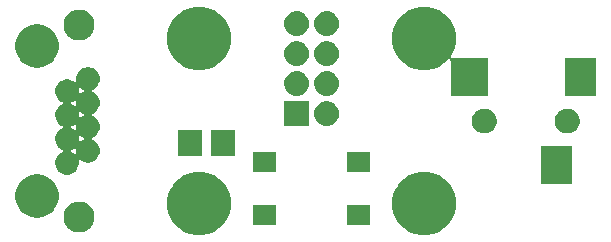
<source format=gbr>
G04 #@! TF.GenerationSoftware,KiCad,Pcbnew,(5.0.1)-4*
G04 #@! TF.CreationDate,2019-03-02T05:17:56-05:00*
G04 #@! TF.ProjectId,Dev,4465762E6B696361645F706362000000,rev?*
G04 #@! TF.SameCoordinates,Original*
G04 #@! TF.FileFunction,Soldermask,Top*
G04 #@! TF.FilePolarity,Negative*
%FSLAX46Y46*%
G04 Gerber Fmt 4.6, Leading zero omitted, Abs format (unit mm)*
G04 Created by KiCad (PCBNEW (5.0.1)-4) date 3/2/2019 5:17:56 AM*
%MOMM*%
%LPD*%
G01*
G04 APERTURE LIST*
%ADD10C,0.150000*%
G04 APERTURE END LIST*
D10*
G36*
X61112560Y-39948759D02*
X61603928Y-40152290D01*
X61603930Y-40152291D01*
X61814076Y-40292706D01*
X62046153Y-40447775D01*
X62422225Y-40823847D01*
X62422227Y-40823850D01*
X62570356Y-41045540D01*
X62717710Y-41266072D01*
X62921241Y-41757440D01*
X63025000Y-42279072D01*
X63025000Y-42810928D01*
X62921241Y-43332560D01*
X62717710Y-43823928D01*
X62422225Y-44266153D01*
X62046153Y-44642225D01*
X62046150Y-44642227D01*
X61603930Y-44937709D01*
X61603929Y-44937710D01*
X61603928Y-44937710D01*
X61112560Y-45141241D01*
X60590928Y-45245000D01*
X60059072Y-45245000D01*
X59537440Y-45141241D01*
X59046072Y-44937710D01*
X59046071Y-44937710D01*
X59046070Y-44937709D01*
X58603850Y-44642227D01*
X58603847Y-44642225D01*
X58227775Y-44266153D01*
X57932290Y-43823928D01*
X57728759Y-43332560D01*
X57625000Y-42810928D01*
X57625000Y-42279072D01*
X57728759Y-41757440D01*
X57932290Y-41266072D01*
X58079645Y-41045540D01*
X58227773Y-40823850D01*
X58227775Y-40823847D01*
X58603847Y-40447775D01*
X58835924Y-40292706D01*
X59046070Y-40152291D01*
X59046072Y-40152290D01*
X59537440Y-39948759D01*
X60059072Y-39845000D01*
X60590928Y-39845000D01*
X61112560Y-39948759D01*
X61112560Y-39948759D01*
G37*
G36*
X42062560Y-39948759D02*
X42553928Y-40152290D01*
X42553930Y-40152291D01*
X42764076Y-40292706D01*
X42996153Y-40447775D01*
X43372225Y-40823847D01*
X43372227Y-40823850D01*
X43520356Y-41045540D01*
X43667710Y-41266072D01*
X43871241Y-41757440D01*
X43975000Y-42279072D01*
X43975000Y-42810928D01*
X43871241Y-43332560D01*
X43667710Y-43823928D01*
X43372225Y-44266153D01*
X42996153Y-44642225D01*
X42996150Y-44642227D01*
X42553930Y-44937709D01*
X42553929Y-44937710D01*
X42553928Y-44937710D01*
X42062560Y-45141241D01*
X41540928Y-45245000D01*
X41009072Y-45245000D01*
X40487440Y-45141241D01*
X39996072Y-44937710D01*
X39996071Y-44937710D01*
X39996070Y-44937709D01*
X39553850Y-44642227D01*
X39553847Y-44642225D01*
X39177775Y-44266153D01*
X38882290Y-43823928D01*
X38678759Y-43332560D01*
X38575000Y-42810928D01*
X38575000Y-42279072D01*
X38678759Y-41757440D01*
X38882290Y-41266072D01*
X39029645Y-41045540D01*
X39177773Y-40823850D01*
X39177775Y-40823847D01*
X39553847Y-40447775D01*
X39785924Y-40292706D01*
X39996070Y-40152291D01*
X39996072Y-40152290D01*
X40487440Y-39948759D01*
X41009072Y-39845000D01*
X41540928Y-39845000D01*
X42062560Y-39948759D01*
X42062560Y-39948759D01*
G37*
G36*
X31491196Y-42439958D02*
X31727780Y-42537954D01*
X31940705Y-42680226D01*
X32121774Y-42861295D01*
X32264046Y-43074220D01*
X32362042Y-43310804D01*
X32412000Y-43561960D01*
X32412000Y-43818040D01*
X32362042Y-44069196D01*
X32264046Y-44305780D01*
X32121774Y-44518705D01*
X31940705Y-44699774D01*
X31727780Y-44842046D01*
X31491196Y-44940042D01*
X31240040Y-44990000D01*
X30983960Y-44990000D01*
X30732804Y-44940042D01*
X30496220Y-44842046D01*
X30283295Y-44699774D01*
X30102226Y-44518705D01*
X29959954Y-44305780D01*
X29861958Y-44069196D01*
X29812000Y-43818040D01*
X29812000Y-43561960D01*
X29861958Y-43310804D01*
X29959954Y-43074220D01*
X30102226Y-42861295D01*
X30283295Y-42680226D01*
X30496220Y-42537954D01*
X30732804Y-42439958D01*
X30983960Y-42390000D01*
X31240040Y-42390000D01*
X31491196Y-42439958D01*
X31491196Y-42439958D01*
G37*
G36*
X47800000Y-44375000D02*
X45850000Y-44375000D01*
X45850000Y-42675000D01*
X47800000Y-42675000D01*
X47800000Y-44375000D01*
X47800000Y-44375000D01*
G37*
G36*
X55750000Y-44375000D02*
X53800000Y-44375000D01*
X53800000Y-42675000D01*
X55750000Y-42675000D01*
X55750000Y-44375000D01*
X55750000Y-44375000D01*
G37*
G36*
X27907703Y-40120000D02*
X28084333Y-40155134D01*
X28416461Y-40292706D01*
X28648535Y-40447773D01*
X28715372Y-40492432D01*
X28969568Y-40746628D01*
X28969570Y-40746631D01*
X29169294Y-41045539D01*
X29306866Y-41377667D01*
X29377000Y-41730253D01*
X29377000Y-42089747D01*
X29306866Y-42442333D01*
X29169294Y-42774461D01*
X29111273Y-42861295D01*
X28969568Y-43073372D01*
X28715372Y-43327568D01*
X28715369Y-43327570D01*
X28416461Y-43527294D01*
X28084333Y-43664866D01*
X27908040Y-43699933D01*
X27731748Y-43735000D01*
X27372252Y-43735000D01*
X27195960Y-43699933D01*
X27019667Y-43664866D01*
X26687539Y-43527294D01*
X26388631Y-43327570D01*
X26388628Y-43327568D01*
X26134432Y-43073372D01*
X25992727Y-42861295D01*
X25934706Y-42774461D01*
X25797134Y-42442333D01*
X25727000Y-42089747D01*
X25727000Y-41730253D01*
X25797134Y-41377667D01*
X25934706Y-41045539D01*
X26134430Y-40746631D01*
X26134432Y-40746628D01*
X26388628Y-40492432D01*
X26455465Y-40447773D01*
X26687539Y-40292706D01*
X27019667Y-40155134D01*
X27196297Y-40120000D01*
X27372252Y-40085000D01*
X27731748Y-40085000D01*
X27907703Y-40120000D01*
X27907703Y-40120000D01*
G37*
G36*
X72856700Y-40865400D02*
X70246900Y-40865400D01*
X70246900Y-37671400D01*
X72856700Y-37671400D01*
X72856700Y-40865400D01*
X72856700Y-40865400D01*
G37*
G36*
X32047770Y-31015372D02*
X32163689Y-31038429D01*
X32345678Y-31113811D01*
X32509463Y-31223249D01*
X32648751Y-31362537D01*
X32758189Y-31526322D01*
X32833571Y-31708311D01*
X32851576Y-31798828D01*
X32872000Y-31901507D01*
X32872000Y-32098493D01*
X32862985Y-32143813D01*
X32833571Y-32291689D01*
X32758189Y-32473678D01*
X32648751Y-32637463D01*
X32509463Y-32776751D01*
X32345678Y-32886189D01*
X32313497Y-32899519D01*
X32291893Y-32911066D01*
X32272951Y-32926611D01*
X32257406Y-32945553D01*
X32245854Y-32967164D01*
X32238741Y-32990613D01*
X32236339Y-33015000D01*
X32238741Y-33039386D01*
X32245854Y-33062835D01*
X32257405Y-33084446D01*
X32272950Y-33103388D01*
X32291892Y-33118933D01*
X32313497Y-33130481D01*
X32345678Y-33143811D01*
X32509463Y-33253249D01*
X32648751Y-33392537D01*
X32758189Y-33556322D01*
X32833571Y-33738311D01*
X32854083Y-33841434D01*
X32872000Y-33931507D01*
X32872000Y-34128493D01*
X32862985Y-34173812D01*
X32833571Y-34321689D01*
X32758189Y-34503678D01*
X32648751Y-34667463D01*
X32509463Y-34806751D01*
X32345678Y-34916189D01*
X32313497Y-34929519D01*
X32291893Y-34941066D01*
X32272951Y-34956611D01*
X32257406Y-34975553D01*
X32245854Y-34997164D01*
X32238741Y-35020613D01*
X32236339Y-35045000D01*
X32238741Y-35069386D01*
X32245854Y-35092835D01*
X32257405Y-35114446D01*
X32272950Y-35133388D01*
X32291892Y-35148933D01*
X32313497Y-35160481D01*
X32345678Y-35173811D01*
X32509463Y-35283249D01*
X32648751Y-35422537D01*
X32758189Y-35586322D01*
X32833571Y-35768311D01*
X32853109Y-35866535D01*
X32872000Y-35961507D01*
X32872000Y-36158493D01*
X32862985Y-36203812D01*
X32833571Y-36351689D01*
X32758189Y-36533678D01*
X32648751Y-36697463D01*
X32509463Y-36836751D01*
X32345678Y-36946189D01*
X32313497Y-36959519D01*
X32291893Y-36971066D01*
X32272951Y-36986611D01*
X32257406Y-37005553D01*
X32245854Y-37027164D01*
X32238741Y-37050613D01*
X32236339Y-37075000D01*
X32238741Y-37099386D01*
X32245854Y-37122835D01*
X32257405Y-37144446D01*
X32272950Y-37163388D01*
X32291892Y-37178933D01*
X32313497Y-37190481D01*
X32345678Y-37203811D01*
X32509463Y-37313249D01*
X32648751Y-37452537D01*
X32758189Y-37616322D01*
X32833571Y-37798311D01*
X32854083Y-37901434D01*
X32872000Y-37991507D01*
X32872000Y-38188493D01*
X32862985Y-38233812D01*
X32833571Y-38381689D01*
X32758189Y-38563678D01*
X32648751Y-38727463D01*
X32509463Y-38866751D01*
X32345678Y-38976189D01*
X32163689Y-39051571D01*
X32047770Y-39074628D01*
X31970493Y-39090000D01*
X31773507Y-39090000D01*
X31696230Y-39074628D01*
X31580311Y-39051571D01*
X31398322Y-38976189D01*
X31285557Y-38900842D01*
X31263958Y-38889296D01*
X31240509Y-38882183D01*
X31216123Y-38879781D01*
X31191736Y-38882183D01*
X31168287Y-38889296D01*
X31146676Y-38900847D01*
X31127734Y-38916392D01*
X31112189Y-38935334D01*
X31100637Y-38956945D01*
X31093524Y-38980394D01*
X31091122Y-39004780D01*
X31092000Y-39013698D01*
X31092000Y-39218491D01*
X31053571Y-39411689D01*
X30978189Y-39593678D01*
X30868751Y-39757463D01*
X30729463Y-39896751D01*
X30565678Y-40006189D01*
X30383689Y-40081571D01*
X30267770Y-40104628D01*
X30190493Y-40120000D01*
X29993507Y-40120000D01*
X29916230Y-40104628D01*
X29800311Y-40081571D01*
X29618322Y-40006189D01*
X29454537Y-39896751D01*
X29315249Y-39757463D01*
X29205811Y-39593678D01*
X29130429Y-39411689D01*
X29092000Y-39218491D01*
X29092000Y-39021509D01*
X29093554Y-39013698D01*
X29116001Y-38900847D01*
X29130429Y-38828311D01*
X29205811Y-38646322D01*
X29315249Y-38482537D01*
X29454537Y-38343249D01*
X29618322Y-38233811D01*
X29650503Y-38220481D01*
X29672107Y-38208934D01*
X29691049Y-38193389D01*
X29706594Y-38174447D01*
X29718146Y-38152836D01*
X29725259Y-38129387D01*
X29727661Y-38105000D01*
X30456339Y-38105000D01*
X30458741Y-38129386D01*
X30465854Y-38152835D01*
X30477405Y-38174446D01*
X30492950Y-38193388D01*
X30511892Y-38208933D01*
X30533497Y-38220481D01*
X30565678Y-38233811D01*
X30678443Y-38309158D01*
X30700042Y-38320704D01*
X30723491Y-38327817D01*
X30747877Y-38330219D01*
X30772264Y-38327817D01*
X30795713Y-38320704D01*
X30817324Y-38309153D01*
X30836266Y-38293608D01*
X30851811Y-38274666D01*
X30863363Y-38253055D01*
X30870476Y-38229606D01*
X30872878Y-38205220D01*
X30872000Y-38196302D01*
X30872000Y-38005368D01*
X30869598Y-37980982D01*
X30862485Y-37957533D01*
X30850934Y-37935922D01*
X30835388Y-37916980D01*
X30816446Y-37901434D01*
X30794835Y-37889883D01*
X30771386Y-37882770D01*
X30747000Y-37880368D01*
X30722614Y-37882770D01*
X30699165Y-37889883D01*
X30677562Y-37901430D01*
X30565678Y-37976189D01*
X30533497Y-37989519D01*
X30511893Y-38001066D01*
X30492951Y-38016611D01*
X30477406Y-38035553D01*
X30465854Y-38057164D01*
X30458741Y-38080613D01*
X30456339Y-38105000D01*
X29727661Y-38105000D01*
X29725259Y-38080614D01*
X29718146Y-38057165D01*
X29706595Y-38035554D01*
X29691050Y-38016612D01*
X29672108Y-38001067D01*
X29650503Y-37989519D01*
X29618322Y-37976189D01*
X29454537Y-37866751D01*
X29315249Y-37727463D01*
X29205811Y-37563678D01*
X29130429Y-37381689D01*
X29094094Y-37199018D01*
X29092000Y-37188493D01*
X29092000Y-36991507D01*
X29095327Y-36974780D01*
X31091122Y-36974780D01*
X31092000Y-36983698D01*
X31092000Y-37174632D01*
X31094402Y-37199018D01*
X31101515Y-37222467D01*
X31113066Y-37244078D01*
X31128612Y-37263020D01*
X31147554Y-37278566D01*
X31169165Y-37290117D01*
X31192614Y-37297230D01*
X31217000Y-37299632D01*
X31241386Y-37297230D01*
X31264835Y-37290117D01*
X31286438Y-37278570D01*
X31398322Y-37203811D01*
X31430503Y-37190481D01*
X31452107Y-37178934D01*
X31471049Y-37163389D01*
X31486594Y-37144447D01*
X31498146Y-37122836D01*
X31505259Y-37099387D01*
X31507661Y-37075000D01*
X31505259Y-37050614D01*
X31498146Y-37027165D01*
X31486595Y-37005554D01*
X31471050Y-36986612D01*
X31452108Y-36971067D01*
X31430503Y-36959519D01*
X31398322Y-36946189D01*
X31285557Y-36870842D01*
X31263958Y-36859296D01*
X31240509Y-36852183D01*
X31216123Y-36849781D01*
X31191736Y-36852183D01*
X31168287Y-36859296D01*
X31146676Y-36870847D01*
X31127734Y-36886392D01*
X31112189Y-36905334D01*
X31100637Y-36926945D01*
X31093524Y-36950394D01*
X31091122Y-36974780D01*
X29095327Y-36974780D01*
X29116001Y-36870847D01*
X29130429Y-36798311D01*
X29205811Y-36616322D01*
X29315249Y-36452537D01*
X29454537Y-36313249D01*
X29618322Y-36203811D01*
X29650503Y-36190481D01*
X29672107Y-36178934D01*
X29691049Y-36163389D01*
X29706594Y-36144447D01*
X29718146Y-36122836D01*
X29725259Y-36099387D01*
X29727661Y-36075000D01*
X30456339Y-36075000D01*
X30458741Y-36099386D01*
X30465854Y-36122835D01*
X30477405Y-36144446D01*
X30492950Y-36163388D01*
X30511892Y-36178933D01*
X30533497Y-36190481D01*
X30565678Y-36203811D01*
X30678443Y-36279158D01*
X30700042Y-36290704D01*
X30723491Y-36297817D01*
X30747877Y-36300219D01*
X30772264Y-36297817D01*
X30795713Y-36290704D01*
X30817324Y-36279153D01*
X30836266Y-36263608D01*
X30851811Y-36244666D01*
X30863363Y-36223055D01*
X30870476Y-36199606D01*
X30872878Y-36175220D01*
X30872000Y-36166302D01*
X30872000Y-35975368D01*
X30869598Y-35950982D01*
X30862485Y-35927533D01*
X30850934Y-35905922D01*
X30835388Y-35886980D01*
X30816446Y-35871434D01*
X30794835Y-35859883D01*
X30771386Y-35852770D01*
X30747000Y-35850368D01*
X30722614Y-35852770D01*
X30699165Y-35859883D01*
X30677562Y-35871430D01*
X30565678Y-35946189D01*
X30533497Y-35959519D01*
X30511893Y-35971066D01*
X30492951Y-35986611D01*
X30477406Y-36005553D01*
X30465854Y-36027164D01*
X30458741Y-36050613D01*
X30456339Y-36075000D01*
X29727661Y-36075000D01*
X29725259Y-36050614D01*
X29718146Y-36027165D01*
X29706595Y-36005554D01*
X29691050Y-35986612D01*
X29672108Y-35971067D01*
X29650503Y-35959519D01*
X29618322Y-35946189D01*
X29454537Y-35836751D01*
X29315249Y-35697463D01*
X29205811Y-35533678D01*
X29130429Y-35351689D01*
X29094094Y-35169018D01*
X29092000Y-35158493D01*
X29092000Y-34961507D01*
X29095327Y-34944780D01*
X31091122Y-34944780D01*
X31092000Y-34953698D01*
X31092000Y-35144632D01*
X31094402Y-35169018D01*
X31101515Y-35192467D01*
X31113066Y-35214078D01*
X31128612Y-35233020D01*
X31147554Y-35248566D01*
X31169165Y-35260117D01*
X31192614Y-35267230D01*
X31217000Y-35269632D01*
X31241386Y-35267230D01*
X31264835Y-35260117D01*
X31286438Y-35248570D01*
X31398322Y-35173811D01*
X31430503Y-35160481D01*
X31452107Y-35148934D01*
X31471049Y-35133389D01*
X31486594Y-35114447D01*
X31498146Y-35092836D01*
X31505259Y-35069387D01*
X31507661Y-35045000D01*
X31505259Y-35020614D01*
X31498146Y-34997165D01*
X31486595Y-34975554D01*
X31471050Y-34956612D01*
X31452108Y-34941067D01*
X31430503Y-34929519D01*
X31398322Y-34916189D01*
X31285557Y-34840842D01*
X31263958Y-34829296D01*
X31240509Y-34822183D01*
X31216123Y-34819781D01*
X31191736Y-34822183D01*
X31168287Y-34829296D01*
X31146676Y-34840847D01*
X31127734Y-34856392D01*
X31112189Y-34875334D01*
X31100637Y-34896945D01*
X31093524Y-34920394D01*
X31091122Y-34944780D01*
X29095327Y-34944780D01*
X29116001Y-34840847D01*
X29130429Y-34768311D01*
X29205811Y-34586322D01*
X29315249Y-34422537D01*
X29454537Y-34283249D01*
X29618322Y-34173811D01*
X29650503Y-34160481D01*
X29672107Y-34148934D01*
X29691049Y-34133389D01*
X29706594Y-34114447D01*
X29718146Y-34092836D01*
X29725259Y-34069387D01*
X29727661Y-34045000D01*
X30456339Y-34045000D01*
X30458741Y-34069386D01*
X30465854Y-34092835D01*
X30477405Y-34114446D01*
X30492950Y-34133388D01*
X30511892Y-34148933D01*
X30533497Y-34160481D01*
X30565678Y-34173811D01*
X30678443Y-34249158D01*
X30700042Y-34260704D01*
X30723491Y-34267817D01*
X30747877Y-34270219D01*
X30772264Y-34267817D01*
X30795713Y-34260704D01*
X30817324Y-34249153D01*
X30836266Y-34233608D01*
X30851811Y-34214666D01*
X30863363Y-34193055D01*
X30870476Y-34169606D01*
X30872878Y-34145220D01*
X30872000Y-34136302D01*
X30872000Y-33945368D01*
X30869598Y-33920982D01*
X30862485Y-33897533D01*
X30850934Y-33875922D01*
X30835388Y-33856980D01*
X30816446Y-33841434D01*
X30794835Y-33829883D01*
X30771386Y-33822770D01*
X30747000Y-33820368D01*
X30722614Y-33822770D01*
X30699165Y-33829883D01*
X30677562Y-33841430D01*
X30565678Y-33916189D01*
X30533497Y-33929519D01*
X30511893Y-33941066D01*
X30492951Y-33956611D01*
X30477406Y-33975553D01*
X30465854Y-33997164D01*
X30458741Y-34020613D01*
X30456339Y-34045000D01*
X29727661Y-34045000D01*
X29725259Y-34020614D01*
X29718146Y-33997165D01*
X29706595Y-33975554D01*
X29691050Y-33956612D01*
X29672108Y-33941067D01*
X29650503Y-33929519D01*
X29618322Y-33916189D01*
X29454537Y-33806751D01*
X29315249Y-33667463D01*
X29205811Y-33503678D01*
X29130429Y-33321689D01*
X29094094Y-33139018D01*
X29092000Y-33128493D01*
X29092000Y-32931507D01*
X29095327Y-32914780D01*
X31091122Y-32914780D01*
X31092000Y-32923698D01*
X31092000Y-33114632D01*
X31094402Y-33139018D01*
X31101515Y-33162467D01*
X31113066Y-33184078D01*
X31128612Y-33203020D01*
X31147554Y-33218566D01*
X31169165Y-33230117D01*
X31192614Y-33237230D01*
X31217000Y-33239632D01*
X31241386Y-33237230D01*
X31264835Y-33230117D01*
X31286438Y-33218570D01*
X31398322Y-33143811D01*
X31430503Y-33130481D01*
X31452107Y-33118934D01*
X31471049Y-33103389D01*
X31486594Y-33084447D01*
X31498146Y-33062836D01*
X31505259Y-33039387D01*
X31507661Y-33015000D01*
X31505259Y-32990614D01*
X31498146Y-32967165D01*
X31486595Y-32945554D01*
X31471050Y-32926612D01*
X31452108Y-32911067D01*
X31430503Y-32899519D01*
X31398322Y-32886189D01*
X31285557Y-32810842D01*
X31263958Y-32799296D01*
X31240509Y-32792183D01*
X31216123Y-32789781D01*
X31191736Y-32792183D01*
X31168287Y-32799296D01*
X31146676Y-32810847D01*
X31127734Y-32826392D01*
X31112189Y-32845334D01*
X31100637Y-32866945D01*
X31093524Y-32890394D01*
X31091122Y-32914780D01*
X29095327Y-32914780D01*
X29116001Y-32810847D01*
X29130429Y-32738311D01*
X29205811Y-32556322D01*
X29315249Y-32392537D01*
X29454537Y-32253249D01*
X29618322Y-32143811D01*
X29800311Y-32068429D01*
X29916230Y-32045372D01*
X29993507Y-32030000D01*
X30190493Y-32030000D01*
X30267770Y-32045372D01*
X30383689Y-32068429D01*
X30565678Y-32143811D01*
X30678443Y-32219158D01*
X30700042Y-32230704D01*
X30723491Y-32237817D01*
X30747877Y-32240219D01*
X30772264Y-32237817D01*
X30795713Y-32230704D01*
X30817324Y-32219153D01*
X30836266Y-32203608D01*
X30851811Y-32184666D01*
X30863363Y-32163055D01*
X30870476Y-32139606D01*
X30872878Y-32115220D01*
X30872000Y-32106302D01*
X30872000Y-31901507D01*
X30892424Y-31798828D01*
X30910429Y-31708311D01*
X30985811Y-31526322D01*
X31095249Y-31362537D01*
X31234537Y-31223249D01*
X31398322Y-31113811D01*
X31580311Y-31038429D01*
X31696230Y-31015372D01*
X31773507Y-31000000D01*
X31970493Y-31000000D01*
X32047770Y-31015372D01*
X32047770Y-31015372D01*
G37*
G36*
X55750000Y-39875000D02*
X53800000Y-39875000D01*
X53800000Y-38175000D01*
X55750000Y-38175000D01*
X55750000Y-39875000D01*
X55750000Y-39875000D01*
G37*
G36*
X47800000Y-39875000D02*
X45850000Y-39875000D01*
X45850000Y-38175000D01*
X47800000Y-38175000D01*
X47800000Y-39875000D01*
X47800000Y-39875000D01*
G37*
G36*
X44307100Y-38566700D02*
X42306900Y-38566700D01*
X42306900Y-36363300D01*
X44307100Y-36363300D01*
X44307100Y-38566700D01*
X44307100Y-38566700D01*
G37*
G36*
X41513100Y-38566700D02*
X39512900Y-38566700D01*
X39512900Y-36363300D01*
X41513100Y-36363300D01*
X41513100Y-38566700D01*
X41513100Y-38566700D01*
G37*
G36*
X72645820Y-34529292D02*
X72747336Y-34549485D01*
X72938588Y-34628704D01*
X73073970Y-34719164D01*
X73110713Y-34743715D01*
X73257085Y-34890087D01*
X73257087Y-34890090D01*
X73372096Y-35062212D01*
X73451315Y-35253464D01*
X73457240Y-35283253D01*
X73491700Y-35456494D01*
X73491700Y-35663506D01*
X73484945Y-35697466D01*
X73451315Y-35866536D01*
X73372096Y-36057788D01*
X73274526Y-36203811D01*
X73257085Y-36229913D01*
X73110713Y-36376285D01*
X73110710Y-36376287D01*
X72938588Y-36491296D01*
X72747336Y-36570515D01*
X72645821Y-36590707D01*
X72544306Y-36610900D01*
X72337294Y-36610900D01*
X72235779Y-36590707D01*
X72134264Y-36570515D01*
X71943012Y-36491296D01*
X71770890Y-36376287D01*
X71770887Y-36376285D01*
X71624515Y-36229913D01*
X71607074Y-36203811D01*
X71509504Y-36057788D01*
X71430285Y-35866536D01*
X71396655Y-35697466D01*
X71389900Y-35663506D01*
X71389900Y-35456494D01*
X71424360Y-35283253D01*
X71430285Y-35253464D01*
X71509504Y-35062212D01*
X71624513Y-34890090D01*
X71624515Y-34890087D01*
X71770887Y-34743715D01*
X71807630Y-34719164D01*
X71943012Y-34628704D01*
X72134264Y-34549485D01*
X72235780Y-34529292D01*
X72337294Y-34509100D01*
X72544306Y-34509100D01*
X72645820Y-34529292D01*
X72645820Y-34529292D01*
G37*
G36*
X65635420Y-34529292D02*
X65736936Y-34549485D01*
X65928188Y-34628704D01*
X66063570Y-34719164D01*
X66100313Y-34743715D01*
X66246685Y-34890087D01*
X66246687Y-34890090D01*
X66361696Y-35062212D01*
X66440915Y-35253464D01*
X66446840Y-35283253D01*
X66481300Y-35456494D01*
X66481300Y-35663506D01*
X66474545Y-35697466D01*
X66440915Y-35866536D01*
X66361696Y-36057788D01*
X66264126Y-36203811D01*
X66246685Y-36229913D01*
X66100313Y-36376285D01*
X66100310Y-36376287D01*
X65928188Y-36491296D01*
X65736936Y-36570515D01*
X65635421Y-36590707D01*
X65533906Y-36610900D01*
X65326894Y-36610900D01*
X65225379Y-36590707D01*
X65123864Y-36570515D01*
X64932612Y-36491296D01*
X64760490Y-36376287D01*
X64760487Y-36376285D01*
X64614115Y-36229913D01*
X64596674Y-36203811D01*
X64499104Y-36057788D01*
X64419885Y-35866536D01*
X64386255Y-35697466D01*
X64379500Y-35663506D01*
X64379500Y-35456494D01*
X64413960Y-35283253D01*
X64419885Y-35253464D01*
X64499104Y-35062212D01*
X64614113Y-34890090D01*
X64614115Y-34890087D01*
X64760487Y-34743715D01*
X64797230Y-34719164D01*
X64932612Y-34628704D01*
X65123864Y-34549485D01*
X65225380Y-34529292D01*
X65326894Y-34509100D01*
X65533906Y-34509100D01*
X65635420Y-34529292D01*
X65635420Y-34529292D01*
G37*
G36*
X50580000Y-35975000D02*
X48480000Y-35975000D01*
X48480000Y-33875000D01*
X50580000Y-33875000D01*
X50580000Y-35975000D01*
X50580000Y-35975000D01*
G37*
G36*
X52198707Y-33882597D02*
X52275836Y-33890193D01*
X52377334Y-33920982D01*
X52473763Y-33950233D01*
X52656172Y-34047733D01*
X52816054Y-34178946D01*
X52947267Y-34338828D01*
X53044767Y-34521237D01*
X53044767Y-34521238D01*
X53104807Y-34719164D01*
X53125080Y-34925000D01*
X53104807Y-35130836D01*
X53079556Y-35214078D01*
X53044767Y-35328763D01*
X52947267Y-35511172D01*
X52816054Y-35671054D01*
X52656172Y-35802267D01*
X52473763Y-35899767D01*
X52453472Y-35905922D01*
X52275836Y-35959807D01*
X52198707Y-35967403D01*
X52121580Y-35975000D01*
X52018420Y-35975000D01*
X51941293Y-35967403D01*
X51864164Y-35959807D01*
X51686528Y-35905922D01*
X51666237Y-35899767D01*
X51483828Y-35802267D01*
X51323946Y-35671054D01*
X51192733Y-35511172D01*
X51095233Y-35328763D01*
X51060444Y-35214078D01*
X51035193Y-35130836D01*
X51014920Y-34925000D01*
X51035193Y-34719164D01*
X51095233Y-34521238D01*
X51095233Y-34521237D01*
X51192733Y-34338828D01*
X51323946Y-34178946D01*
X51483828Y-34047733D01*
X51666237Y-33950233D01*
X51762666Y-33920982D01*
X51864164Y-33890193D01*
X51941293Y-33882597D01*
X52018420Y-33875000D01*
X52121580Y-33875000D01*
X52198707Y-33882597D01*
X52198707Y-33882597D01*
G37*
G36*
X74863300Y-33448600D02*
X72253500Y-33448600D01*
X72253500Y-30254600D01*
X74863300Y-30254600D01*
X74863300Y-33448600D01*
X74863300Y-33448600D01*
G37*
G36*
X61112560Y-25978759D02*
X61598298Y-26179958D01*
X61603930Y-26182291D01*
X61747101Y-26277955D01*
X62046153Y-26477775D01*
X62422225Y-26853847D01*
X62422227Y-26853850D01*
X62586141Y-27099164D01*
X62717710Y-27296072D01*
X62921241Y-27787440D01*
X63025000Y-28309072D01*
X63025000Y-28840928D01*
X62921241Y-29362560D01*
X62763934Y-29742333D01*
X62717709Y-29853930D01*
X62579912Y-30060158D01*
X62568363Y-30081764D01*
X62561250Y-30105214D01*
X62558848Y-30129600D01*
X62561250Y-30153986D01*
X62568363Y-30177435D01*
X62579914Y-30199046D01*
X62595460Y-30217988D01*
X62614402Y-30233534D01*
X62636012Y-30245085D01*
X62659462Y-30252198D01*
X62683848Y-30254600D01*
X65757400Y-30254600D01*
X65757400Y-33448600D01*
X62563400Y-33448600D01*
X62563400Y-30456754D01*
X62560998Y-30432368D01*
X62553885Y-30408919D01*
X62542334Y-30387308D01*
X62526788Y-30368366D01*
X62507846Y-30352820D01*
X62486235Y-30341269D01*
X62462786Y-30334156D01*
X62438400Y-30331754D01*
X62414014Y-30334156D01*
X62390565Y-30341269D01*
X62368954Y-30352820D01*
X62350012Y-30368366D01*
X62046153Y-30672225D01*
X62046150Y-30672227D01*
X61603930Y-30967709D01*
X61603929Y-30967710D01*
X61603928Y-30967710D01*
X61112560Y-31171241D01*
X60590928Y-31275000D01*
X60059072Y-31275000D01*
X59537440Y-31171241D01*
X59046072Y-30967710D01*
X59046071Y-30967710D01*
X59046070Y-30967709D01*
X58603850Y-30672227D01*
X58603847Y-30672225D01*
X58227775Y-30296153D01*
X58079645Y-30074461D01*
X57932291Y-29853930D01*
X57886066Y-29742333D01*
X57728759Y-29362560D01*
X57625000Y-28840928D01*
X57625000Y-28309072D01*
X57728759Y-27787440D01*
X57932290Y-27296072D01*
X58063860Y-27099164D01*
X58227773Y-26853850D01*
X58227775Y-26853847D01*
X58603847Y-26477775D01*
X58902899Y-26277955D01*
X59046070Y-26182291D01*
X59051702Y-26179958D01*
X59537440Y-25978759D01*
X60059072Y-25875000D01*
X60590928Y-25875000D01*
X61112560Y-25978759D01*
X61112560Y-25978759D01*
G37*
G36*
X52198707Y-31342597D02*
X52275836Y-31350193D01*
X52407787Y-31390220D01*
X52473763Y-31410233D01*
X52656172Y-31507733D01*
X52816054Y-31638946D01*
X52947267Y-31798828D01*
X53044767Y-31981237D01*
X53044767Y-31981238D01*
X53104807Y-32179164D01*
X53125080Y-32385000D01*
X53104807Y-32590836D01*
X53090663Y-32637463D01*
X53044767Y-32788763D01*
X52947267Y-32971172D01*
X52816054Y-33131054D01*
X52656172Y-33262267D01*
X52473763Y-33359767D01*
X52407787Y-33379780D01*
X52275836Y-33419807D01*
X52198707Y-33427403D01*
X52121580Y-33435000D01*
X52018420Y-33435000D01*
X51941293Y-33427403D01*
X51864164Y-33419807D01*
X51732213Y-33379780D01*
X51666237Y-33359767D01*
X51483828Y-33262267D01*
X51323946Y-33131054D01*
X51192733Y-32971172D01*
X51095233Y-32788763D01*
X51049337Y-32637463D01*
X51035193Y-32590836D01*
X51014920Y-32385000D01*
X51035193Y-32179164D01*
X51095233Y-31981238D01*
X51095233Y-31981237D01*
X51192733Y-31798828D01*
X51323946Y-31638946D01*
X51483828Y-31507733D01*
X51666237Y-31410233D01*
X51732213Y-31390220D01*
X51864164Y-31350193D01*
X51941293Y-31342597D01*
X52018420Y-31335000D01*
X52121580Y-31335000D01*
X52198707Y-31342597D01*
X52198707Y-31342597D01*
G37*
G36*
X49658707Y-31342597D02*
X49735836Y-31350193D01*
X49867787Y-31390220D01*
X49933763Y-31410233D01*
X50116172Y-31507733D01*
X50276054Y-31638946D01*
X50407267Y-31798828D01*
X50504767Y-31981237D01*
X50504767Y-31981238D01*
X50564807Y-32179164D01*
X50585080Y-32385000D01*
X50564807Y-32590836D01*
X50550663Y-32637463D01*
X50504767Y-32788763D01*
X50407267Y-32971172D01*
X50276054Y-33131054D01*
X50116172Y-33262267D01*
X49933763Y-33359767D01*
X49867787Y-33379780D01*
X49735836Y-33419807D01*
X49658707Y-33427403D01*
X49581580Y-33435000D01*
X49478420Y-33435000D01*
X49401293Y-33427403D01*
X49324164Y-33419807D01*
X49192213Y-33379780D01*
X49126237Y-33359767D01*
X48943828Y-33262267D01*
X48783946Y-33131054D01*
X48652733Y-32971172D01*
X48555233Y-32788763D01*
X48509337Y-32637463D01*
X48495193Y-32590836D01*
X48474920Y-32385000D01*
X48495193Y-32179164D01*
X48555233Y-31981238D01*
X48555233Y-31981237D01*
X48652733Y-31798828D01*
X48783946Y-31638946D01*
X48943828Y-31507733D01*
X49126237Y-31410233D01*
X49192213Y-31390220D01*
X49324164Y-31350193D01*
X49401293Y-31342597D01*
X49478420Y-31335000D01*
X49581580Y-31335000D01*
X49658707Y-31342597D01*
X49658707Y-31342597D01*
G37*
G36*
X42062560Y-25978759D02*
X42548298Y-26179958D01*
X42553930Y-26182291D01*
X42697101Y-26277955D01*
X42996153Y-26477775D01*
X43372225Y-26853847D01*
X43372227Y-26853850D01*
X43536141Y-27099164D01*
X43667710Y-27296072D01*
X43871241Y-27787440D01*
X43975000Y-28309072D01*
X43975000Y-28840928D01*
X43871241Y-29362560D01*
X43713934Y-29742333D01*
X43667709Y-29853930D01*
X43520355Y-30074461D01*
X43372225Y-30296153D01*
X42996153Y-30672225D01*
X42996150Y-30672227D01*
X42553930Y-30967709D01*
X42553929Y-30967710D01*
X42553928Y-30967710D01*
X42062560Y-31171241D01*
X41540928Y-31275000D01*
X41009072Y-31275000D01*
X40487440Y-31171241D01*
X39996072Y-30967710D01*
X39996071Y-30967710D01*
X39996070Y-30967709D01*
X39553850Y-30672227D01*
X39553847Y-30672225D01*
X39177775Y-30296153D01*
X39029645Y-30074461D01*
X38882291Y-29853930D01*
X38836066Y-29742333D01*
X38678759Y-29362560D01*
X38575000Y-28840928D01*
X38575000Y-28309072D01*
X38678759Y-27787440D01*
X38882290Y-27296072D01*
X39013860Y-27099164D01*
X39177773Y-26853850D01*
X39177775Y-26853847D01*
X39553847Y-26477775D01*
X39852899Y-26277955D01*
X39996070Y-26182291D01*
X40001702Y-26179958D01*
X40487440Y-25978759D01*
X41009072Y-25875000D01*
X41540928Y-25875000D01*
X42062560Y-25978759D01*
X42062560Y-25978759D01*
G37*
G36*
X27908040Y-27420067D02*
X28084333Y-27455134D01*
X28416461Y-27592706D01*
X28707899Y-27787439D01*
X28715372Y-27792432D01*
X28969568Y-28046628D01*
X28969570Y-28046631D01*
X29169294Y-28345539D01*
X29306866Y-28677667D01*
X29377000Y-29030253D01*
X29377000Y-29389747D01*
X29306866Y-29742333D01*
X29169294Y-30074461D01*
X28983300Y-30352820D01*
X28969568Y-30373372D01*
X28715372Y-30627568D01*
X28715369Y-30627570D01*
X28416461Y-30827294D01*
X28084333Y-30964866D01*
X27908040Y-30999933D01*
X27731748Y-31035000D01*
X27372252Y-31035000D01*
X27195960Y-30999933D01*
X27019667Y-30964866D01*
X26687539Y-30827294D01*
X26388631Y-30627570D01*
X26388628Y-30627568D01*
X26134432Y-30373372D01*
X26120700Y-30352820D01*
X25934706Y-30074461D01*
X25797134Y-29742333D01*
X25727000Y-29389747D01*
X25727000Y-29030253D01*
X25797134Y-28677667D01*
X25934706Y-28345539D01*
X26134430Y-28046631D01*
X26134432Y-28046628D01*
X26388628Y-27792432D01*
X26396101Y-27787439D01*
X26687539Y-27592706D01*
X27019667Y-27455134D01*
X27195960Y-27420067D01*
X27372252Y-27385000D01*
X27731748Y-27385000D01*
X27908040Y-27420067D01*
X27908040Y-27420067D01*
G37*
G36*
X52198707Y-28802596D02*
X52275836Y-28810193D01*
X52377156Y-28840928D01*
X52473763Y-28870233D01*
X52656172Y-28967733D01*
X52816054Y-29098946D01*
X52947267Y-29258828D01*
X53044767Y-29441237D01*
X53044767Y-29441238D01*
X53104807Y-29639164D01*
X53125080Y-29845000D01*
X53104807Y-30050836D01*
X53080914Y-30129600D01*
X53044767Y-30248763D01*
X52947267Y-30431172D01*
X52816054Y-30591054D01*
X52656172Y-30722267D01*
X52473763Y-30819767D01*
X52448949Y-30827294D01*
X52275836Y-30879807D01*
X52198707Y-30887403D01*
X52121580Y-30895000D01*
X52018420Y-30895000D01*
X51941293Y-30887403D01*
X51864164Y-30879807D01*
X51691051Y-30827294D01*
X51666237Y-30819767D01*
X51483828Y-30722267D01*
X51323946Y-30591054D01*
X51192733Y-30431172D01*
X51095233Y-30248763D01*
X51059086Y-30129600D01*
X51035193Y-30050836D01*
X51014920Y-29845000D01*
X51035193Y-29639164D01*
X51095233Y-29441238D01*
X51095233Y-29441237D01*
X51192733Y-29258828D01*
X51323946Y-29098946D01*
X51483828Y-28967733D01*
X51666237Y-28870233D01*
X51762844Y-28840928D01*
X51864164Y-28810193D01*
X51941293Y-28802596D01*
X52018420Y-28795000D01*
X52121580Y-28795000D01*
X52198707Y-28802596D01*
X52198707Y-28802596D01*
G37*
G36*
X49658707Y-28802596D02*
X49735836Y-28810193D01*
X49837156Y-28840928D01*
X49933763Y-28870233D01*
X50116172Y-28967733D01*
X50276054Y-29098946D01*
X50407267Y-29258828D01*
X50504767Y-29441237D01*
X50504767Y-29441238D01*
X50564807Y-29639164D01*
X50585080Y-29845000D01*
X50564807Y-30050836D01*
X50540914Y-30129600D01*
X50504767Y-30248763D01*
X50407267Y-30431172D01*
X50276054Y-30591054D01*
X50116172Y-30722267D01*
X49933763Y-30819767D01*
X49908949Y-30827294D01*
X49735836Y-30879807D01*
X49658707Y-30887403D01*
X49581580Y-30895000D01*
X49478420Y-30895000D01*
X49401293Y-30887403D01*
X49324164Y-30879807D01*
X49151051Y-30827294D01*
X49126237Y-30819767D01*
X48943828Y-30722267D01*
X48783946Y-30591054D01*
X48652733Y-30431172D01*
X48555233Y-30248763D01*
X48519086Y-30129600D01*
X48495193Y-30050836D01*
X48474920Y-29845000D01*
X48495193Y-29639164D01*
X48555233Y-29441238D01*
X48555233Y-29441237D01*
X48652733Y-29258828D01*
X48783946Y-29098946D01*
X48943828Y-28967733D01*
X49126237Y-28870233D01*
X49222844Y-28840928D01*
X49324164Y-28810193D01*
X49401293Y-28802596D01*
X49478420Y-28795000D01*
X49581580Y-28795000D01*
X49658707Y-28802596D01*
X49658707Y-28802596D01*
G37*
G36*
X31491196Y-26179958D02*
X31727780Y-26277954D01*
X31940705Y-26420226D01*
X32121774Y-26601295D01*
X32264046Y-26814220D01*
X32362042Y-27050804D01*
X32412000Y-27301960D01*
X32412000Y-27558040D01*
X32362042Y-27809196D01*
X32264046Y-28045780D01*
X32121774Y-28258705D01*
X31940705Y-28439774D01*
X31727780Y-28582046D01*
X31491196Y-28680042D01*
X31240040Y-28730000D01*
X30983960Y-28730000D01*
X30732804Y-28680042D01*
X30496220Y-28582046D01*
X30283295Y-28439774D01*
X30102226Y-28258705D01*
X29959954Y-28045780D01*
X29861958Y-27809196D01*
X29812000Y-27558040D01*
X29812000Y-27301960D01*
X29861958Y-27050804D01*
X29959954Y-26814220D01*
X30102226Y-26601295D01*
X30283295Y-26420226D01*
X30496220Y-26277954D01*
X30732804Y-26179958D01*
X30983960Y-26130000D01*
X31240040Y-26130000D01*
X31491196Y-26179958D01*
X31491196Y-26179958D01*
G37*
G36*
X49658707Y-26262597D02*
X49735836Y-26270193D01*
X49867787Y-26310220D01*
X49933763Y-26330233D01*
X50116172Y-26427733D01*
X50276054Y-26558946D01*
X50407267Y-26718828D01*
X50504767Y-26901237D01*
X50504767Y-26901238D01*
X50564807Y-27099164D01*
X50585080Y-27305000D01*
X50564807Y-27510836D01*
X50539972Y-27592706D01*
X50504767Y-27708763D01*
X50407267Y-27891172D01*
X50276054Y-28051054D01*
X50116172Y-28182267D01*
X49933763Y-28279767D01*
X49867787Y-28299780D01*
X49735836Y-28339807D01*
X49658707Y-28347403D01*
X49581580Y-28355000D01*
X49478420Y-28355000D01*
X49401293Y-28347403D01*
X49324164Y-28339807D01*
X49192213Y-28299780D01*
X49126237Y-28279767D01*
X48943828Y-28182267D01*
X48783946Y-28051054D01*
X48652733Y-27891172D01*
X48555233Y-27708763D01*
X48520028Y-27592706D01*
X48495193Y-27510836D01*
X48474920Y-27305000D01*
X48495193Y-27099164D01*
X48555233Y-26901238D01*
X48555233Y-26901237D01*
X48652733Y-26718828D01*
X48783946Y-26558946D01*
X48943828Y-26427733D01*
X49126237Y-26330233D01*
X49192213Y-26310220D01*
X49324164Y-26270193D01*
X49401293Y-26262596D01*
X49478420Y-26255000D01*
X49581580Y-26255000D01*
X49658707Y-26262597D01*
X49658707Y-26262597D01*
G37*
G36*
X52198707Y-26262597D02*
X52275836Y-26270193D01*
X52407787Y-26310220D01*
X52473763Y-26330233D01*
X52656172Y-26427733D01*
X52816054Y-26558946D01*
X52947267Y-26718828D01*
X53044767Y-26901237D01*
X53044767Y-26901238D01*
X53104807Y-27099164D01*
X53125080Y-27305000D01*
X53104807Y-27510836D01*
X53079972Y-27592706D01*
X53044767Y-27708763D01*
X52947267Y-27891172D01*
X52816054Y-28051054D01*
X52656172Y-28182267D01*
X52473763Y-28279767D01*
X52407787Y-28299780D01*
X52275836Y-28339807D01*
X52198707Y-28347403D01*
X52121580Y-28355000D01*
X52018420Y-28355000D01*
X51941293Y-28347403D01*
X51864164Y-28339807D01*
X51732213Y-28299780D01*
X51666237Y-28279767D01*
X51483828Y-28182267D01*
X51323946Y-28051054D01*
X51192733Y-27891172D01*
X51095233Y-27708763D01*
X51060028Y-27592706D01*
X51035193Y-27510836D01*
X51014920Y-27305000D01*
X51035193Y-27099164D01*
X51095233Y-26901238D01*
X51095233Y-26901237D01*
X51192733Y-26718828D01*
X51323946Y-26558946D01*
X51483828Y-26427733D01*
X51666237Y-26330233D01*
X51732213Y-26310220D01*
X51864164Y-26270193D01*
X51941293Y-26262596D01*
X52018420Y-26255000D01*
X52121580Y-26255000D01*
X52198707Y-26262597D01*
X52198707Y-26262597D01*
G37*
M02*

</source>
